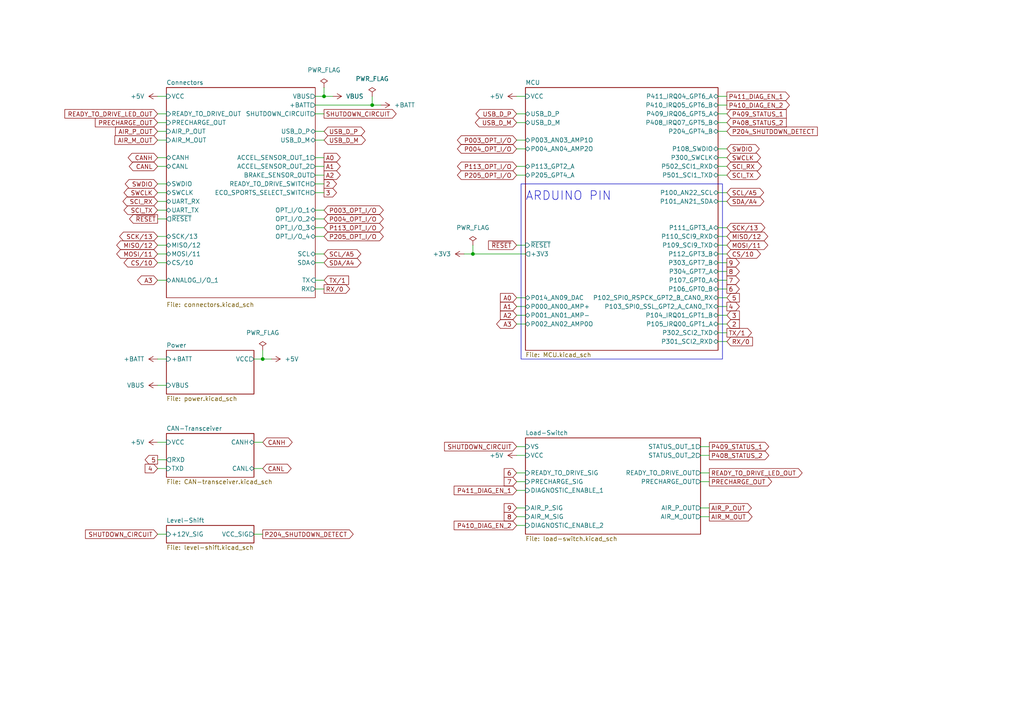
<source format=kicad_sch>
(kicad_sch (version 20230121) (generator eeschema)
  (paper "A4")
  (lib_symbols
    (symbol "power:+3V3" (power) (pin_names (offset 0))
      (property "Value" "+3V3" (at 0 3.556 0))
      (symbol "+3V3_0_1"
        (polyline (pts (xy -0.762 1.27) (xy 0 2.54)))
        (polyline (pts (xy 0 0) (xy 0 2.54)))
        (polyline (pts (xy 0 2.54) (xy 0.762 1.27)))
      )
      (symbol "+3V3_1_1"
        (pin power_in line (at 0 0 90) (length 0) hide (name "+3V3") (number "1"))
      )
    )
    (symbol "power:+5V" (power) (pin_names (offset 0))
      (property "Value" "+5V" (at 0 3.556 0))
      (symbol "+5V_0_1"
        (polyline (pts (xy -0.762 1.27) (xy 0 2.54)))
        (polyline (pts (xy 0 0) (xy 0 2.54)))
        (polyline (pts (xy 0 2.54) (xy 0.762 1.27)))
      )
      (symbol "+5V_1_1"
        (pin power_in line (at 0 0 90) (length 0) hide (name "+5V") (number "1"))
      )
    )
    (symbol "power:+BATT" (power) (pin_names (offset 0))
      (property "Value" "+BATT" (at 0 3.556 0))
      (symbol "+BATT_0_1"
        (polyline (pts (xy -0.762 1.27) (xy 0 2.54)))
        (polyline (pts (xy 0 0) (xy 0 2.54)))
        (polyline (pts (xy 0 2.54) (xy 0.762 1.27)))
      )
      (symbol "+BATT_1_1"
        (pin power_in line (at 0 0 90) (length 0) hide (name "+BATT") (number "1"))
      )
    )
    (symbol "power:PWR_FLAG" (power) (pin_numbers hide) (pin_names (offset 0) hide)
      (property "Value" "PWR_FLAG" (at 0 3.81 0))
      (symbol "PWR_FLAG_0_0"
        (pin power_out line (at 0 0 90) (length 0) (name "pwr") (number "1"))
      )
      (symbol "PWR_FLAG_0_1"
        (polyline (pts (xy 0 0) (xy 0 1.27) (xy -1.016 1.905) (xy 0 2.54) (xy 1.016 1.905) (xy 0 1.27)))
      )
    )
    (symbol "power:VBUS" (power) (pin_names (offset 0))
      (property "Value" "VBUS" (at 0 3.81 0))
      (symbol "VBUS_0_1"
        (polyline (pts (xy -0.762 1.27) (xy 0 2.54)))
        (polyline (pts (xy 0 0) (xy 0 2.54)))
        (polyline (pts (xy 0 2.54) (xy 0.762 1.27)))
      )
      (symbol "VBUS_1_1"
        (pin power_in line (at 0 0 90) (length 0) hide (name "VBUS") (number "1"))
      )
    )
  )
  (junction (at 76.2 104.14))
  (junction (at 137.16 73.66))
  (junction (at 93.98 27.94))
  (junction (at 107.95 30.48))
  (wire (pts (xy 91.44 38.1) (xy 93.98 38.1)))
  (wire (pts (xy 149.86 71.12) (xy 152.4 71.12)))
  (wire (pts (xy 73.66 104.14) (xy 76.2 104.14)))
  (wire (pts (xy 76.2 104.14) (xy 78.74 104.14)))
  (wire (pts (xy 107.95 30.48) (xy 110.49 30.48)))
  (wire (pts (xy 208.28 35.56) (xy 210.82 35.56)))
  (wire (pts (xy 208.28 45.72) (xy 210.82 45.72)))
  (wire (pts (xy 45.72 58.42) (xy 48.26 58.42)))
  (wire (pts (xy 149.86 91.44) (xy 152.4 91.44)))
  (wire (pts (xy 149.86 27.94) (xy 152.4 27.94)))
  (wire (pts (xy 91.44 66.04) (xy 93.98 66.04)))
  (wire (pts (xy 203.2 132.08) (xy 205.74 132.08)))
  (wire (pts (xy 45.72 40.64) (xy 48.26 40.64)))
  (wire (pts (xy 45.72 135.89) (xy 48.26 135.89)))
  (wire (pts (xy 149.86 129.54) (xy 152.4 129.54)))
  (wire (pts (xy 203.2 149.86) (xy 205.74 149.86)))
  (wire (pts (xy 208.28 99.06) (xy 210.82 99.06)))
  (wire (pts (xy 208.28 78.74) (xy 210.82 78.74)))
  (wire (pts (xy 149.86 43.18) (xy 152.4 43.18)))
  (wire (pts (xy 208.28 30.48) (xy 210.82 30.48)))
  (wire (pts (xy 149.86 40.64) (xy 152.4 40.64)))
  (wire (pts (xy 208.28 50.8) (xy 210.82 50.8)))
  (wire (pts (xy 45.72 63.5) (xy 48.26 63.5)))
  (wire (pts (xy 149.86 48.26) (xy 152.4 48.26)))
  (wire (pts (xy 45.72 133.35) (xy 48.26 133.35)))
  (wire (pts (xy 203.2 139.7) (xy 205.74 139.7)))
  (wire (pts (xy 45.72 35.56) (xy 48.26 35.56)))
  (wire (pts (xy 208.28 33.02) (xy 210.82 33.02)))
  (wire (pts (xy 45.72 33.02) (xy 48.26 33.02)))
  (wire (pts (xy 93.98 27.94) (xy 96.52 27.94)))
  (wire (pts (xy 73.66 135.89) (xy 76.2 135.89)))
  (wire (pts (xy 203.2 137.16) (xy 205.74 137.16)))
  (wire (pts (xy 203.2 147.32) (xy 205.74 147.32)))
  (wire (pts (xy 203.2 129.54) (xy 205.74 129.54)))
  (wire (pts (xy 208.28 55.88) (xy 210.82 55.88)))
  (wire (pts (xy 149.86 139.7) (xy 152.4 139.7)))
  (wire (pts (xy 208.28 73.66) (xy 210.82 73.66)))
  (wire (pts (xy 149.86 86.36) (xy 152.4 86.36)))
  (wire (pts (xy 76.2 101.6) (xy 76.2 104.14)))
  (wire (pts (xy 208.28 91.44) (xy 210.82 91.44)))
  (wire (pts (xy 208.28 58.42) (xy 210.82 58.42)))
  (wire (pts (xy 45.72 111.76) (xy 48.26 111.76)))
  (wire (pts (xy 91.44 50.8) (xy 93.98 50.8)))
  (wire (pts (xy 45.72 55.88) (xy 48.26 55.88)))
  (wire (pts (xy 208.28 83.82) (xy 210.82 83.82)))
  (wire (pts (xy 73.66 128.27) (xy 76.2 128.27)))
  (wire (pts (xy 208.28 27.94) (xy 210.82 27.94)))
  (wire (pts (xy 208.28 76.2) (xy 210.82 76.2)))
  (wire (pts (xy 91.44 81.28) (xy 93.98 81.28)))
  (wire (pts (xy 91.44 63.5) (xy 93.98 63.5)))
  (wire (pts (xy 107.95 27.94) (xy 107.95 30.48)))
  (wire (pts (xy 149.86 152.4) (xy 152.4 152.4)))
  (wire (pts (xy 149.86 50.8) (xy 152.4 50.8)))
  (wire (pts (xy 48.26 76.2) (xy 45.72 76.2)))
  (wire (pts (xy 208.28 86.36) (xy 210.82 86.36)))
  (wire (pts (xy 137.16 73.66) (xy 152.4 73.66)))
  (wire (pts (xy 208.28 93.98) (xy 210.82 93.98)))
  (wire (pts (xy 208.28 88.9) (xy 210.82 88.9)))
  (wire (pts (xy 45.72 60.96) (xy 48.26 60.96)))
  (wire (pts (xy 91.44 27.94) (xy 93.98 27.94)))
  (wire (pts (xy 149.86 132.08) (xy 152.4 132.08)))
  (wire (pts (xy 91.44 40.64) (xy 93.98 40.64)))
  (wire (pts (xy 45.72 154.94) (xy 48.26 154.94)))
  (wire (pts (xy 134.62 73.66) (xy 137.16 73.66)))
  (wire (pts (xy 208.28 43.18) (xy 210.82 43.18)))
  (wire (pts (xy 45.72 38.1) (xy 48.26 38.1)))
  (wire (pts (xy 48.26 73.66) (xy 45.72 73.66)))
  (wire (pts (xy 91.44 30.48) (xy 107.95 30.48)))
  (wire (pts (xy 208.28 71.12) (xy 210.82 71.12)))
  (wire (pts (xy 208.28 96.52) (xy 210.82 96.52)))
  (wire (pts (xy 149.86 35.56) (xy 152.4 35.56)))
  (wire (pts (xy 91.44 76.2) (xy 93.98 76.2)))
  (wire (pts (xy 45.72 48.26) (xy 48.26 48.26)))
  (wire (pts (xy 208.28 66.04) (xy 210.82 66.04)))
  (wire (pts (xy 91.44 73.66) (xy 93.98 73.66)))
  (wire (pts (xy 149.86 33.02) (xy 152.4 33.02)))
  (wire (pts (xy 91.44 48.26) (xy 93.98 48.26)))
  (wire (pts (xy 149.86 93.98) (xy 152.4 93.98)))
  (wire (pts (xy 91.44 53.34) (xy 93.98 53.34)))
  (wire (pts (xy 208.28 68.58) (xy 210.82 68.58)))
  (wire (pts (xy 45.72 45.72) (xy 48.26 45.72)))
  (wire (pts (xy 91.44 83.82) (xy 93.98 83.82)))
  (wire (pts (xy 208.28 48.26) (xy 210.82 48.26)))
  (wire (pts (xy 45.72 81.28) (xy 48.26 81.28)))
  (wire (pts (xy 45.72 53.34) (xy 48.26 53.34)))
  (wire (pts (xy 91.44 55.88) (xy 93.98 55.88)))
  (wire (pts (xy 149.86 142.24) (xy 152.4 142.24)))
  (wire (pts (xy 208.28 38.1) (xy 210.82 38.1)))
  (wire (pts (xy 91.44 33.02) (xy 93.98 33.02)))
  (wire (pts (xy 137.16 71.12) (xy 137.16 73.66)))
  (wire (pts (xy 149.86 147.32) (xy 152.4 147.32)))
  (wire (pts (xy 45.72 27.94) (xy 48.26 27.94)))
  (wire (pts (xy 93.98 25.4) (xy 93.98 27.94)))
  (wire (pts (xy 45.72 128.27) (xy 48.26 128.27)))
  (wire (pts (xy 48.26 71.12) (xy 45.72 71.12)))
  (wire (pts (xy 91.44 45.72) (xy 93.98 45.72)))
  (wire (pts (xy 149.86 137.16) (xy 152.4 137.16)))
  (wire (pts (xy 73.66 154.94) (xy 76.2 154.94)))
  (wire (pts (xy 45.72 104.14) (xy 48.26 104.14)))
  (wire (pts (xy 149.86 88.9) (xy 152.4 88.9)))
  (wire (pts (xy 208.28 81.28) (xy 210.82 81.28)))
  (wire (pts (xy 48.26 68.58) (xy 45.72 68.58)))
  (wire (pts (xy 149.86 149.86) (xy 152.4 149.86)))
  (wire (pts (xy 91.44 68.58) (xy 93.98 68.58)))
  (wire (pts (xy 91.44 60.96) (xy 93.98 60.96)))
  (rectangle (start 151.13 53.34) (end 209.55 104.14))
  (text "ARDUINO PIN" (at 152.4 58.42 0) (effects (font (size 2.54 2.54)) (justify left bottom)))
  (global_label "A0" (shape output) (at 93.98 45.72 0) (property "Intersheetrefs" "${INTERSHEET_REFS}" (effects hide)))
  (global_label "USB_D_M" (shape bidirectional) (at 93.98 40.64 0) (property "Intersheetrefs" "${INTERSHEET_REFS}" (effects hide)))
  (global_label "A1" (shape input) (at 149.86 88.9 180) (property "Intersheetrefs" "${INTERSHEET_REFS}" (effects hide)))
  (global_label "USB_D_P" (shape bidirectional) (at 93.98 38.1 0) (property "Intersheetrefs" "${INTERSHEET_REFS}" (effects hide)))
  (global_label "P411_DIAG_EN_1" (shape input) (at 149.86 142.24 180) (property "Intersheetrefs" "${INTERSHEET_REFS}" (effects hide)))
  (global_label "CANL" (shape bidirectional) (at 45.72 48.26 180) (property "Intersheetrefs" "${INTERSHEET_REFS}" (effects hide)))
  (global_label "5" (shape output) (at 45.72 133.35 180) (property "Intersheetrefs" "${INTERSHEET_REFS}" (effects hide)))
  (global_label "CS{slash}10" (shape bidirectional) (at 45.72 76.2 180) (property "Intersheetrefs" "${INTERSHEET_REFS}" (effects hide)))
  (global_label "5" (shape input) (at 210.82 86.36 0) (property "Intersheetrefs" "${INTERSHEET_REFS}" (effects hide)))
  (global_label "3" (shape output) (at 93.98 55.88 0) (property "Intersheetrefs" "${INTERSHEET_REFS}" (effects hide)))
  (global_label "P004_OPT_I{slash}O" (shape bidirectional) (at 93.98 63.5 0) (property "Intersheetrefs" "${INTERSHEET_REFS}" (effects hide)))
  (global_label "7" (shape input) (at 149.86 139.7 180) (property "Intersheetrefs" "${INTERSHEET_REFS}" (effects hide)))
  (global_label "CS{slash}10" (shape bidirectional) (at 210.82 73.66 0) (property "Intersheetrefs" "${INTERSHEET_REFS}" (effects hide)))
  (global_label "MOSI{slash}11" (shape bidirectional) (at 210.82 71.12 0) (property "Intersheetrefs" "${INTERSHEET_REFS}" (effects hide)))
  (global_label "TX{slash}1" (shape output) (at 210.82 96.52 0) (property "Intersheetrefs" "${INTERSHEET_REFS}" (effects hide)))
  (global_label "8" (shape input) (at 149.86 149.86 180) (property "Intersheetrefs" "${INTERSHEET_REFS}" (effects hide)))
  (global_label "P408_STATUS_2" (shape input) (at 210.82 35.56 0) (property "Intersheetrefs" "${INTERSHEET_REFS}" (effects hide)))
  (global_label "6" (shape output) (at 210.82 83.82 0) (property "Intersheetrefs" "${INTERSHEET_REFS}" (effects hide)))
  (global_label "P409_STATUS_1" (shape output) (at 205.74 129.54 0) (property "Intersheetrefs" "${INTERSHEET_REFS}" (effects hide)))
  (global_label "PRECHARGE_OUT" (shape output) (at 205.74 139.7 0) (property "Intersheetrefs" "${INTERSHEET_REFS}" (effects hide)))
  (global_label "P003_OPT_I{slash}O" (shape bidirectional) (at 149.86 40.64 180) (property "Intersheetrefs" "${INTERSHEET_REFS}" (effects hide)))
  (global_label "6" (shape input) (at 149.86 137.16 180) (property "Intersheetrefs" "${INTERSHEET_REFS}" (effects hide)))
  (global_label "RX{slash}0" (shape output) (at 93.98 83.82 0) (property "Intersheetrefs" "${INTERSHEET_REFS}" (effects hide)))
  (global_label "AIR_P_OUT" (shape input) (at 45.72 38.1 180) (property "Intersheetrefs" "${INTERSHEET_REFS}" (effects hide)))
  (global_label "MOSI{slash}11" (shape bidirectional) (at 45.72 73.66 180) (property "Intersheetrefs" "${INTERSHEET_REFS}" (effects hide)))
  (global_label "SCK{slash}13" (shape bidirectional) (at 45.72 68.58 180) (property "Intersheetrefs" "${INTERSHEET_REFS}" (effects hide)))
  (global_label "READY_TO_DRIVE_LED_OUT" (shape input) (at 45.72 33.02 180) (property "Intersheetrefs" "${INTERSHEET_REFS}" (effects hide)))
  (global_label "2" (shape output) (at 93.98 53.34 0) (property "Intersheetrefs" "${INTERSHEET_REFS}" (effects hide)))
  (global_label "SWDIO" (shape bidirectional) (at 45.72 53.34 180) (property "Intersheetrefs" "${INTERSHEET_REFS}" (effects hide)))
  (global_label "P204_SHUTDOWN_DETECT" (shape input) (at 210.82 38.1 0) (property "Intersheetrefs" "${INTERSHEET_REFS}" (effects hide)))
  (global_label "SDA{slash}A4" (shape bidirectional) (at 210.82 58.42 0) (property "Intersheetrefs" "${INTERSHEET_REFS}" (effects hide)))
  (global_label "7" (shape output) (at 210.82 81.28 0) (property "Intersheetrefs" "${INTERSHEET_REFS}" (effects hide)))
  (global_label "P409_STATUS_1" (shape input) (at 210.82 33.02 0) (property "Intersheetrefs" "${INTERSHEET_REFS}" (effects hide)))
  (global_label "USB_D_M" (shape bidirectional) (at 149.86 35.56 180) (property "Intersheetrefs" "${INTERSHEET_REFS}" (effects hide)))
  (global_label "SHUTDOWN_CIRCUIT" (shape output) (at 93.98 33.02 0) (property "Intersheetrefs" "${INTERSHEET_REFS}" (effects hide)))
  (global_label "P411_DIAG_EN_1" (shape output) (at 210.82 27.94 0) (property "Intersheetrefs" "${INTERSHEET_REFS}" (effects hide)))
  (global_label "P205_OPT_I{slash}O" (shape bidirectional) (at 93.98 68.58 0) (property "Intersheetrefs" "${INTERSHEET_REFS}" (effects hide)))
  (global_label "9" (shape output) (at 210.82 76.2 0) (property "Intersheetrefs" "${INTERSHEET_REFS}" (effects hide)))
  (global_label "A3" (shape bidirectional) (at 149.86 93.98 180) (property "Intersheetrefs" "${INTERSHEET_REFS}" (effects hide)))
  (global_label "P204_SHUTDOWN_DETECT" (shape output) (at 76.2 154.94 0) (property "Intersheetrefs" "${INTERSHEET_REFS}" (effects hide)))
  (global_label "SCL{slash}A5" (shape bidirectional) (at 210.82 55.88 0) (property "Intersheetrefs" "${INTERSHEET_REFS}" (effects hide)))
  (global_label "P004_OPT_I{slash}O" (shape bidirectional) (at 149.86 43.18 180) (property "Intersheetrefs" "${INTERSHEET_REFS}" (effects hide)))
  (global_label "A0" (shape input) (at 149.86 86.36 180) (property "Intersheetrefs" "${INTERSHEET_REFS}" (effects hide)))
  (global_label "CANH" (shape bidirectional) (at 76.2 128.27 0) (property "Intersheetrefs" "${INTERSHEET_REFS}" (effects hide)))
  (global_label "SCI_TX" (shape bidirectional) (at 210.82 50.8 0) (property "Intersheetrefs" "${INTERSHEET_REFS}" (effects hide)))
  (global_label "SCI_RX" (shape bidirectional) (at 45.72 58.42 180) (property "Intersheetrefs" "${INTERSHEET_REFS}" (effects hide)))
  (global_label "CANL" (shape bidirectional) (at 76.2 135.89 0) (property "Intersheetrefs" "${INTERSHEET_REFS}" (effects hide)))
  (global_label "SWCLK" (shape bidirectional) (at 210.82 45.72 0) (property "Intersheetrefs" "${INTERSHEET_REFS}" (effects hide)))
  (global_label "P205_OPT_I{slash}O" (shape bidirectional) (at 149.86 50.8 180) (property "Intersheetrefs" "${INTERSHEET_REFS}" (effects hide)))
  (global_label "~{RESET}" (shape input) (at 149.86 71.12 180) (property "Intersheetrefs" "${INTERSHEET_REFS}" (effects hide)))
  (global_label "PRECHARGE_OUT" (shape input) (at 45.72 35.56 180) (property "Intersheetrefs" "${INTERSHEET_REFS}" (effects hide)))
  (global_label "P410_DIAG_EN_2" (shape input) (at 149.86 152.4 180) (property "Intersheetrefs" "${INTERSHEET_REFS}" (effects hide)))
  (global_label "SCI_RX" (shape bidirectional) (at 210.82 48.26 0) (property "Intersheetrefs" "${INTERSHEET_REFS}" (effects hide)))
  (global_label "P003_OPT_I{slash}O" (shape bidirectional) (at 93.98 60.96 0) (property "Intersheetrefs" "${INTERSHEET_REFS}" (effects hide)))
  (global_label "AIR_M_OUT" (shape input) (at 45.72 40.64 180) (property "Intersheetrefs" "${INTERSHEET_REFS}" (effects hide)))
  (global_label "A2" (shape output) (at 93.98 50.8 0) (property "Intersheetrefs" "${INTERSHEET_REFS}" (effects hide)))
  (global_label "SCL{slash}A5" (shape bidirectional) (at 93.98 73.66 0) (property "Intersheetrefs" "${INTERSHEET_REFS}" (effects hide)))
  (global_label "P113_OPT_I{slash}O" (shape bidirectional) (at 93.98 66.04 0) (property "Intersheetrefs" "${INTERSHEET_REFS}" (effects hide)))
  (global_label "8" (shape output) (at 210.82 78.74 0) (property "Intersheetrefs" "${INTERSHEET_REFS}" (effects hide)))
  (global_label "RX{slash}0" (shape input) (at 210.82 99.06 0) (property "Intersheetrefs" "${INTERSHEET_REFS}" (effects hide)))
  (global_label "P408_STATUS_2" (shape output) (at 205.74 132.08 0) (property "Intersheetrefs" "${INTERSHEET_REFS}" (effects hide)))
  (global_label "SHUTDOWN_CIRCUIT" (shape input) (at 149.86 129.54 180) (property "Intersheetrefs" "${INTERSHEET_REFS}" (effects hide)))
  (global_label "MISO{slash}12" (shape bidirectional) (at 45.72 71.12 180) (property "Intersheetrefs" "${INTERSHEET_REFS}" (effects hide)))
  (global_label "A2" (shape input) (at 149.86 91.44 180) (property "Intersheetrefs" "${INTERSHEET_REFS}" (effects hide)))
  (global_label "4" (shape output) (at 210.82 88.9 0) (property "Intersheetrefs" "${INTERSHEET_REFS}" (effects hide)))
  (global_label "2" (shape input) (at 210.82 93.98 0) (property "Intersheetrefs" "${INTERSHEET_REFS}" (effects hide)))
  (global_label "SWDIO" (shape bidirectional) (at 210.82 43.18 0) (property "Intersheetrefs" "${INTERSHEET_REFS}" (effects hide)))
  (global_label "SWCLK" (shape bidirectional) (at 45.72 55.88 180) (property "Intersheetrefs" "${INTERSHEET_REFS}" (effects hide)))
  (global_label "CANH" (shape bidirectional) (at 45.72 45.72 180) (property "Intersheetrefs" "${INTERSHEET_REFS}" (effects hide)))
  (global_label "MISO{slash}12" (shape bidirectional) (at 210.82 68.58 0) (property "Intersheetrefs" "${INTERSHEET_REFS}" (effects hide)))
  (global_label "P113_OPT_I{slash}O" (shape bidirectional) (at 149.86 48.26 180) (property "Intersheetrefs" "${INTERSHEET_REFS}" (effects hide)))
  (global_label "TX{slash}1" (shape input) (at 93.98 81.28 0) (property "Intersheetrefs" "${INTERSHEET_REFS}" (effects hide)))
  (global_label "4" (shape input) (at 45.72 135.89 180) (property "Intersheetrefs" "${INTERSHEET_REFS}" (effects hide)))
  (global_label "A3" (shape bidirectional) (at 45.72 81.28 180) (property "Intersheetrefs" "${INTERSHEET_REFS}" (effects hide)))
  (global_label "SDA{slash}A4" (shape bidirectional) (at 93.98 76.2 0) (property "Intersheetrefs" "${INTERSHEET_REFS}" (effects hide)))
  (global_label "~{RESET}" (shape output) (at 45.72 63.5 180) (property "Intersheetrefs" "${INTERSHEET_REFS}" (effects hide)))
  (global_label "A1" (shape output) (at 93.98 48.26 0) (property "Intersheetrefs" "${INTERSHEET_REFS}" (effects hide)))
  (global_label "SCK{slash}13" (shape bidirectional) (at 210.82 66.04 0) (property "Intersheetrefs" "${INTERSHEET_REFS}" (effects hide)))
  (global_label "P410_DIAG_EN_2" (shape output) (at 210.82 30.48 0) (property "Intersheetrefs" "${INTERSHEET_REFS}" (effects hide)))
  (global_label "9" (shape input) (at 149.86 147.32 180) (property "Intersheetrefs" "${INTERSHEET_REFS}" (effects hide)))
  (global_label "AIR_P_OUT" (shape output) (at 205.74 147.32 0) (property "Intersheetrefs" "${INTERSHEET_REFS}" (effects hide)))
  (global_label "READY_TO_DRIVE_LED_OUT" (shape output) (at 205.74 137.16 0) (property "Intersheetrefs" "${INTERSHEET_REFS}" (effects hide)))
  (global_label "SHUTDOWN_CIRCUIT" (shape input) (at 45.72 154.94 180) (property "Intersheetrefs" "${INTERSHEET_REFS}" (effects hide)))
  (global_label "AIR_M_OUT" (shape output) (at 205.74 149.86 0) (property "Intersheetrefs" "${INTERSHEET_REFS}" (effects hide)))
  (global_label "3" (shape input) (at 210.82 91.44 0) (property "Intersheetrefs" "${INTERSHEET_REFS}" (effects hide)))
  (global_label "SCI_TX" (shape bidirectional) (at 45.72 60.96 180) (property "Intersheetrefs" "${INTERSHEET_REFS}" (effects hide)))
  (global_label "USB_D_P" (shape bidirectional) (at 149.86 33.02 180) (property "Intersheetrefs" "${INTERSHEET_REFS}" (effects hide)))
  (symbol (lib_id "power:+5V") (at 45.72 128.27 90) (unit 1)
    (property "Reference" "#PWR04" (effects hide))
    (property "Value" "+5V" (at 41.91 128.27 90) (effects (justify left)))
  )
  (symbol (lib_id "power:+BATT") (at 110.49 30.48 270) (unit 1)
    (property "Reference" "#PWR08" (effects hide))
    (property "Value" "+BATT" (at 114.3 30.48 90) (effects (justify left)))
  )
  (symbol (lib_id "power:+5V") (at 45.72 27.94 90) (unit 1)
    (property "Reference" "#PWR01" (effects hide))
    (property "Value" "+5V" (at 41.91 27.94 90) (effects (justify left)))
  )
  (symbol (lib_id "power:PWR_FLAG") (at 107.95 27.94 0) (unit 1)
    (property "Reference" "#FLG03" (effects hide))
    (property "Value" "PWR_FLAG" (at 107.95 22.86 0))
  )
  (symbol (lib_id "power:PWR_FLAG") (at 93.98 25.4 0) (unit 1)
    (property "Reference" "#FLG02" (effects hide))
    (property "Value" "PWR_FLAG" (at 93.98 20.32 0))
  )
  (symbol (lib_id "power:+5V") (at 149.86 132.08 90) (unit 1)
    (property "Reference" "#PWR011" (effects hide))
    (property "Value" "+5V" (at 146.05 132.08 90) (effects (justify left)))
  )
  (symbol (lib_id "power:+5V") (at 78.74 104.14 270) (unit 1)
    (property "Reference" "#PWR06" (effects hide))
    (property "Value" "+5V" (at 82.55 104.14 90) (effects (justify left)))
  )
  (symbol (lib_id "power:VBUS") (at 45.72 111.76 90) (unit 1)
    (property "Reference" "#PWR03" (effects hide))
    (property "Value" "VBUS" (at 41.91 111.76 90) (effects (justify left)))
  )
  (symbol (lib_id "power:PWR_FLAG") (at 76.2 101.6 0) (unit 1)
    (property "Reference" "#FLG01" (effects hide))
    (property "Value" "PWR_FLAG" (at 76.2 96.52 0))
  )
  (symbol (lib_id "power:PWR_FLAG") (at 137.16 71.12 0) (unit 1)
    (property "Reference" "#FLG04" (effects hide))
    (property "Value" "PWR_FLAG" (at 137.16 66.04 0))
  )
  (symbol (lib_id "power:+5V") (at 149.86 27.94 90) (unit 1)
    (property "Reference" "#PWR010" (effects hide))
    (property "Value" "+5V" (at 146.05 27.94 90) (effects (justify left)))
  )
  (symbol (lib_id "power:VBUS") (at 96.52 27.94 270) (unit 1)
    (property "Reference" "#PWR07" (effects hide))
    (property "Value" "VBUS" (at 100.33 27.94 90) (effects (justify left)))
  )
  (symbol (lib_id "power:+BATT") (at 45.72 104.14 90) (unit 1)
    (property "Reference" "#PWR02" (effects hide))
    (property "Value" "+BATT" (at 41.91 104.14 90) (effects (justify left)))
  )
  (symbol (lib_id "power:+3V3") (at 134.62 73.66 90) (unit 1)
    (property "Reference" "#PWR09" (effects hide))
    (property "Value" "+3V3" (at 130.81 73.66 90) (effects (justify left)))
  )
  (sheet (at 152.4 127) (size 50.8 27.94) (stroke (width 0.1524))
    (property "Sheetname" "Load-Switch" (at 152.4 126.2884 0) (effects (justify left bottom)))
    (property "Sheetfile" "load-switch.kicad_sch" (at 152.4 155.5246 0) (effects (justify left top)))
    (pin "VS" input (at 152.4 129.54 180))
    (pin "DIAGNOSTIC_ENABLE_2" input (at 152.4 152.4 180))
    (pin "VCC" input (at 152.4 132.08 180))
    (pin "STATUS_OUT_2" output (at 203.2 132.08 0))
    (pin "STATUS_OUT_1" output (at 203.2 129.54 0))
    (pin "DIAGNOSTIC_ENABLE_1" input (at 152.4 142.24 180))
    (pin "AIR_M_OUT" output (at 203.2 149.86 0))
    (pin "AIR_P_OUT" output (at 203.2 147.32 0))
    (pin "AIR_P_SIG" input (at 152.4 147.32 180))
    (pin "READY_TO_DRIVE_SIG" input (at 152.4 137.16 180))
    (pin "PRECHARGE_SIG" input (at 152.4 139.7 180))
    (pin "PRECHARGE_OUT" output (at 203.2 139.7 0))
    (pin "AIR_M_SIG" input (at 152.4 149.86 180))
    (pin "READY_TO_DRIVE_OUT" output (at 203.2 137.16 0))
  )
  (sheet (at 48.26 25.4) (size 43.18 60.96) (stroke (width 0.1524))
    (property "Sheetname" "Connectors" (at 48.26 24.6884 0) (effects (justify left bottom)))
    (property "Sheetfile" "connectors.kicad_sch" (at 48.26 87.63 0) (effects (justify left top)))
    (pin "VBUS" output (at 91.44 27.94 0))
    (pin "+BATT" output (at 91.44 30.48 0))
    (pin "USB_D_M" bidirectional (at 91.44 40.64 0))
    (pin "USB_D_P" bidirectional (at 91.44 38.1 0))
    (pin "SCL" bidirectional (at 91.44 73.66 0))
    (pin "SDA" bidirectional (at 91.44 76.2 0))
    (pin "CS{slash}10" bidirectional (at 48.26 76.2 180))
    (pin "MOSI{slash}11" bidirectional (at 48.26 73.66 180))
    (pin "MISO{slash}12" bidirectional (at 48.26 71.12 180))
    (pin "SCK{slash}13" bidirectional (at 48.26 68.58 180))
    (pin "VCC" input (at 48.26 27.94 180))
    (pin "BRAKE_SENSOR_OUT" output (at 91.44 50.8 0))
    (pin "ACCEL_SENSOR_OUT_1" output (at 91.44 45.72 0))
    (pin "READY_TO_DRIVE_SWITCH" output (at 91.44 53.34 0))
    (pin "ACCEL_SENSOR_OUT_2" output (at 91.44 48.26 0))
    (pin "PRECHARGE_OUT" input (at 48.26 35.56 180))
    (pin "AIR_M_OUT" input (at 48.26 40.64 180))
    (pin "AIR_P_OUT" input (at 48.26 38.1 180))
    (pin "READY_TO_DRIVE_OUT" input (at 48.26 33.02 180))
    (pin "SHUTDOWN_CIRCUIT" output (at 91.44 33.02 0))
    (pin "CANH" bidirectional (at 48.26 45.72 180))
    (pin "CANL" bidirectional (at 48.26 48.26 180))
    (pin "ECO_SPORTS_SELECT_SWITCH" output (at 91.44 55.88 0))
    (pin "UART_TX" bidirectional (at 48.26 60.96 180))
    (pin "SWCLK" bidirectional (at 48.26 55.88 180))
    (pin "SWDIO" bidirectional (at 48.26 53.34 180))
    (pin "UART_RX" bidirectional (at 48.26 58.42 180))
    (pin "OPT_I{slash}O_3" bidirectional (at 91.44 66.04 0))
    (pin "OPT_I{slash}O_2" bidirectional (at 91.44 63.5 0))
    (pin "OPT_I{slash}O_4" bidirectional (at 91.44 68.58 0))
    (pin "OPT_I{slash}O_1" bidirectional (at 91.44 60.96 0))
    (pin "~{RESET}" output (at 48.26 63.5 180))
    (pin "ANALOG_I{slash}O_1" bidirectional (at 48.26 81.28 180))
    (pin "TX" input (at 91.44 81.28 0))
    (pin "RX" output (at 91.44 83.82 0))
  )
  (sheet (at 48.26 101.6) (size 25.4 12.7) (stroke (width 0.1524))
    (property "Sheetname" "Power" (at 48.26 100.8884 0) (effects (justify left bottom)))
    (property "Sheetfile" "power.kicad_sch" (at 48.26 114.8846 0) (effects (justify left top)))
    (pin "+BATT" input (at 48.26 104.14 180))
    (pin "VBUS" input (at 48.26 111.76 180))
    (pin "VCC" output (at 73.66 104.14 0))
  )
  (sheet (at 48.26 125.73) (size 25.4 12.7) (stroke (width 0.1524))
    (property "Sheetname" "CAN-Transceiver" (at 48.26 125.0184 0) (effects (justify left bottom)))
    (property "Sheetfile" "CAN-transceiver.kicad_sch" (at 48.26 139.0146 0) (effects (justify left top)))
    (pin "RXD" output (at 48.26 133.35 180))
    (pin "TXD" input (at 48.26 135.89 180))
    (pin "CANH" bidirectional (at 73.66 128.27 0))
    (pin "CANL" bidirectional (at 73.66 135.89 0))
    (pin "VCC" input (at 48.26 128.27 180))
  )
  (sheet (at 48.26 152.4) (size 25.4 5.08) (stroke (width 0.1524))
    (property "Sheetname" "Level-Shift" (at 48.26 151.6884 0) (effects (justify left bottom)))
    (property "Sheetfile" "level-shift.kicad_sch" (at 48.26 158.0646 0) (effects (justify left top)))
    (pin "+12V_SIG" input (at 48.26 154.94 180))
    (pin "VCC_SIG" output (at 73.66 154.94 0))
  )
  (sheet (at 152.4 25.4) (size 55.88 76.2) (stroke (width 0.1524))
    (property "Sheetname" "MCU" (at 152.4 24.6884 0) (effects (justify left bottom)))
    (property "Sheetfile" "MCU.kicad_sch" (at 152.4 102.1846 0) (effects (justify left top)))
    (pin "P014_AN09_DAC" bidirectional (at 152.4 86.36 180))
    (pin "P000_AN00_AMP+" bidirectional (at 152.4 88.9 180))
    (pin "P001_AN01_AMP-" bidirectional (at 152.4 91.44 180))
    (pin "+3V3" output (at 152.4 73.66 180))
    (pin "P303_GPT7_B" bidirectional (at 208.28 76.2 0))
    (pin "P304_GPT7_A" bidirectional (at 208.28 78.74 0))
    (pin "P302_SCI2_TXD" bidirectional (at 208.28 96.52 0))
    (pin "P301_SCI2_RXD" bidirectional (at 208.28 99.06 0))
    (pin "P106_GPT0_B" bidirectional (at 208.28 83.82 0))
    (pin "P102_SPI0_RSPCK_GPT2_B_CAN0_RX" bidirectional (at 208.28 86.36 0))
    (pin "P103_SPI0_SSL_GPT2_A_CAN0_TX" bidirectional (at 208.28 88.9 0))
    (pin "P104_IRQ01_GPT1_B" bidirectional (at 208.28 91.44 0))
    (pin "P105_IRQ00_GPT1_A" bidirectional (at 208.28 93.98 0))
    (pin "P100_AN22_SCL" bidirectional (at 208.28 55.88 0))
    (pin "P101_AN21_SDA" bidirectional (at 208.28 58.42 0))
    (pin "P111_GPT3_A" bidirectional (at 208.28 66.04 0))
    (pin "P110_SCI9_RXD" bidirectional (at 208.28 68.58 0))
    (pin "P109_SCI9_TXD" bidirectional (at 208.28 71.12 0))
    (pin "P112_GPT3_B" bidirectional (at 208.28 73.66 0))
    (pin "P107_GPT0_A" bidirectional (at 208.28 81.28 0))
    (pin "USB_D_M" bidirectional (at 152.4 35.56 180))
    (pin "USB_D_P" bidirectional (at 152.4 33.02 180))
    (pin "VCC" input (at 152.4 27.94 180))
    (pin "P411_IRQ04_GPT6_A" bidirectional (at 208.28 27.94 0))
    (pin "P410_IRQ05_GPT6_B" bidirectional (at 208.28 30.48 0))
    (pin "P409_IRQ06_GPT5_A" bidirectional (at 208.28 33.02 0))
    (pin "P408_IRQ07_GPT5_B" bidirectional (at 208.28 35.56 0))
    (pin "P204_GPT4_B" bidirectional (at 208.28 38.1 0))
    (pin "P300_SWCLK" bidirectional (at 208.28 45.72 0))
    (pin "P502_SCI1_RXD" bidirectional (at 208.28 48.26 0))
    (pin "P501_SCI1_TXD" bidirectional (at 208.28 50.8 0))
    (pin "P108_SWDIO" bidirectional (at 208.28 43.18 0))
    (pin "P003_AN03_AMP1O" bidirectional (at 152.4 40.64 180))
    (pin "P002_AN02_AMP0O" bidirectional (at 152.4 93.98 180))
    (pin "P205_GPT4_A" bidirectional (at 152.4 50.8 180))
    (pin "P113_GPT2_A" bidirectional (at 152.4 48.26 180))
    (pin "P004_AN04_AMP2O" bidirectional (at 152.4 43.18 180))
    (pin "~{RESET}" input (at 152.4 71.12 180))
  )
)
</source>
